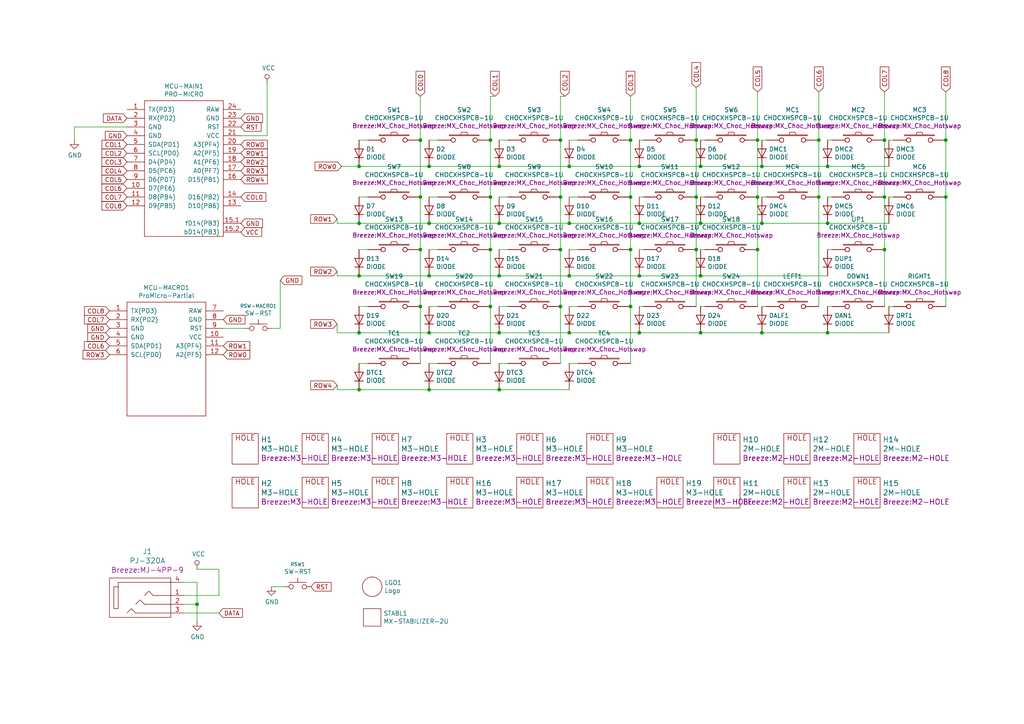
<source format=kicad_sch>
(kicad_sch (version 20230121) (generator eeschema)
  (paper "A4")
  (title_block (title "Breeze") (date "2023-05-21") (rev "Rev1.2") (company "Afternoon Labs LLC"))
  (junction (at 256.54 40.64))
  (junction (at 144.78 113.03))
  (junction (at 256.54 72.39))
  (junction (at 142.24 40.64))
  (junction (at 256.54 57.15))
  (junction (at 219.71 72.39))
  (junction (at 142.24 57.15))
  (junction (at 144.78 96.52))
  (junction (at 240.03 96.52))
  (junction (at 185.42 96.52))
  (junction (at 220.98 48.26))
  (junction (at 144.78 80.01))
  (junction (at 182.88 40.64))
  (junction (at 219.71 40.64))
  (junction (at 57.15 175.26))
  (junction (at 219.71 57.15))
  (junction (at 165.1 80.01))
  (junction (at 165.1 96.52))
  (junction (at 124.46 113.03))
  (junction (at 274.32 40.64))
  (junction (at 220.98 96.52))
  (junction (at 182.88 88.9))
  (junction (at 121.92 57.15))
  (junction (at 240.03 64.77))
  (junction (at 162.56 72.39))
  (junction (at 201.93 72.39))
  (junction (at 220.98 64.77))
  (junction (at 165.1 64.77))
  (junction (at 142.24 72.39))
  (junction (at 185.42 64.77))
  (junction (at 203.2 80.01))
  (junction (at 124.46 80.01))
  (junction (at 104.14 80.01))
  (junction (at 124.46 96.52))
  (junction (at 203.2 48.26))
  (junction (at 104.14 64.77))
  (junction (at 124.46 64.77))
  (junction (at 165.1 48.26))
  (junction (at 121.92 72.39))
  (junction (at 240.03 48.26))
  (junction (at 203.2 96.52))
  (junction (at 121.92 88.9))
  (junction (at 144.78 64.77))
  (junction (at 182.88 72.39))
  (junction (at 182.88 57.15))
  (junction (at 104.14 48.26))
  (junction (at 203.2 64.77))
  (junction (at 185.42 80.01))
  (junction (at 142.24 88.9))
  (junction (at 185.42 48.26))
  (junction (at 237.49 40.64))
  (junction (at 144.78 48.26))
  (junction (at 274.32 57.15))
  (junction (at 162.56 88.9))
  (junction (at 104.14 96.52))
  (junction (at 162.56 57.15))
  (junction (at 237.49 57.15))
  (junction (at 201.93 57.15))
  (junction (at 162.56 40.64))
  (junction (at 201.93 40.64))
  (junction (at 124.46 48.26))
  (junction (at 104.14 113.03))
  (junction (at 121.92 40.64))
  (wire (pts (xy 220.98 64.77) (xy 203.2 64.77)))
  (wire (pts (xy 121.92 57.15) (xy 121.92 72.39)))
  (wire (pts (xy 57.15 175.26) (xy 57.15 180.34)))
  (wire (pts (xy 36.83 36.83) (xy 21.59 36.83)))
  (wire (pts (xy 167.64 88.9) (xy 165.1 88.9)))
  (wire (pts (xy 99.06 48.26) (xy 104.14 48.26)))
  (wire (pts (xy 186.69 72.39) (xy 185.42 72.39)))
  (wire (pts (xy 185.42 48.26) (xy 165.1 48.26)))
  (wire (pts (xy 144.78 80.01) (xy 124.46 80.01)))
  (wire (pts (xy 57.15 165.1) (xy 63.5 165.1)))
  (wire (pts (xy 162.56 88.9) (xy 162.56 72.39)))
  (wire (pts (xy 256.54 40.64) (xy 256.54 26.67)))
  (wire (pts (xy 219.71 40.64) (xy 219.71 57.15)))
  (wire (pts (xy 127 57.15) (xy 124.46 57.15)))
  (wire (pts (xy 106.68 72.39) (xy 104.14 72.39)))
  (wire (pts (xy 77.47 24.13) (xy 77.47 39.37)))
  (wire (pts (xy 63.5 165.1) (xy 63.5 172.72)))
  (wire (pts (xy 104.14 64.77) (xy 97.79 64.77)))
  (wire (pts (xy 204.47 88.9) (xy 203.2 88.9)))
  (wire (pts (xy 165.1 113.03) (xy 144.78 113.03)))
  (wire (pts (xy 121.92 40.64) (xy 121.92 27.94)))
  (wire (pts (xy 147.32 105.41) (xy 144.78 105.41)))
  (wire (pts (xy 162.56 40.64) (xy 162.56 57.15)))
  (wire (pts (xy 259.08 40.64) (xy 257.81 40.64)))
  (wire (pts (xy 147.32 57.15) (xy 144.78 57.15)))
  (wire (pts (xy 147.32 40.64) (xy 144.78 40.64)))
  (wire (pts (xy 185.42 96.52) (xy 165.1 96.52)))
  (wire (pts (xy 257.81 64.77) (xy 240.03 64.77)))
  (wire (pts (xy 222.25 88.9) (xy 220.98 88.9)))
  (wire (pts (xy 259.08 88.9) (xy 257.81 88.9)))
  (wire (pts (xy 256.54 72.39) (xy 256.54 88.9)))
  (wire (pts (xy 182.88 40.64) (xy 182.88 57.15)))
  (wire (pts (xy 203.2 64.77) (xy 185.42 64.77)))
  (wire (pts (xy 106.68 57.15) (xy 104.14 57.15)))
  (wire (pts (xy 121.92 88.9) (xy 121.92 105.41)))
  (wire (pts (xy 121.92 40.64) (xy 121.92 57.15)))
  (wire (pts (xy 104.14 96.52) (xy 97.79 96.52)))
  (wire (pts (xy 167.64 40.64) (xy 165.1 40.64)))
  (wire (pts (xy 203.2 96.52) (xy 185.42 96.52)))
  (wire (pts (xy 204.47 72.39) (xy 203.2 72.39)))
  (wire (pts (xy 53.34 168.91) (xy 57.15 168.91)))
  (wire (pts (xy 64.77 95.25) (xy 71.12 95.25)))
  (wire (pts (xy 142.24 57.15) (xy 142.24 40.64)))
  (wire (pts (xy 124.46 80.01) (xy 104.14 80.01)))
  (wire (pts (xy 165.1 96.52) (xy 144.78 96.52)))
  (wire (pts (xy 124.46 96.52) (xy 104.14 96.52)))
  (wire (pts (xy 165.1 72.39) (xy 167.64 72.39)))
  (wire (pts (xy 203.2 80.01) (xy 185.42 80.01)))
  (wire (pts (xy 185.42 80.01) (xy 165.1 80.01)))
  (wire (pts (xy 127 40.64) (xy 124.46 40.64)))
  (wire (pts (xy 106.68 88.9) (xy 104.14 88.9)))
  (wire (pts (xy 257.81 48.26) (xy 240.03 48.26)))
  (wire (pts (xy 81.28 95.25) (xy 78.74 95.25)))
  (wire (pts (xy 165.1 80.01) (xy 144.78 80.01)))
  (wire (pts (xy 219.71 57.15) (xy 219.71 72.39)))
  (wire (pts (xy 220.98 48.26) (xy 203.2 48.26)))
  (wire (pts (xy 53.34 177.8) (xy 63.5 177.8)))
  (wire (pts (xy 144.78 48.26) (xy 124.46 48.26)))
  (wire (pts (xy 142.24 105.41) (xy 142.24 88.9)))
  (wire (pts (xy 203.2 96.52) (xy 220.98 96.52)))
  (wire (pts (xy 142.24 88.9) (xy 142.24 72.39)))
  (wire (pts (xy 162.56 57.15) (xy 162.56 72.39)))
  (wire (pts (xy 222.25 40.64) (xy 220.98 40.64)))
  (wire (pts (xy 201.93 88.9) (xy 201.93 72.39)))
  (wire (pts (xy 124.46 88.9) (xy 127 88.9)))
  (wire (pts (xy 167.64 105.41) (xy 165.1 105.41)))
  (wire (pts (xy 256.54 40.64) (xy 256.54 57.15)))
  (wire (pts (xy 257.81 96.52) (xy 240.03 96.52)))
  (wire (pts (xy 21.59 36.83) (xy 21.59 40.64)))
  (wire (pts (xy 237.49 40.64) (xy 237.49 26.67)))
  (wire (pts (xy 182.88 40.64) (xy 182.88 27.94)))
  (wire (pts (xy 162.56 40.64) (xy 162.56 27.94)))
  (wire (pts (xy 147.32 72.39) (xy 144.78 72.39)))
  (wire (pts (xy 104.14 64.77) (xy 124.46 64.77)))
  (wire (pts (xy 241.3 88.9) (xy 240.03 88.9)))
  (wire (pts (xy 237.49 40.64) (xy 237.49 57.15)))
  (wire (pts (xy 241.3 40.64) (xy 240.03 40.64)))
  (wire (pts (xy 97.79 113.03) (xy 97.79 111.76)))
  (wire (pts (xy 142.24 72.39) (xy 142.24 57.15)))
  (wire (pts (xy 97.79 96.52) (xy 97.79 93.98)))
  (wire (pts (xy 185.42 88.9) (xy 186.69 88.9)))
  (wire (pts (xy 165.1 48.26) (xy 144.78 48.26)))
  (wire (pts (xy 186.69 40.64) (xy 185.42 40.64)))
  (wire (pts (xy 97.79 80.01) (xy 97.79 78.74)))
  (wire (pts (xy 97.79 64.77) (xy 97.79 63.5)))
  (wire (pts (xy 274.32 40.64) (xy 274.32 57.15)))
  (wire (pts (xy 162.56 105.41) (xy 162.56 88.9)))
  (wire (pts (xy 203.2 48.26) (xy 185.42 48.26)))
  (wire (pts (xy 240.03 96.52) (xy 220.98 96.52)))
  (wire (pts (xy 124.46 113.03) (xy 144.78 113.03)))
  (wire (pts (xy 144.78 88.9) (xy 147.32 88.9)))
  (wire (pts (xy 201.93 40.64) (xy 201.93 25.4)))
  (wire (pts (xy 182.88 57.15) (xy 182.88 72.39)))
  (wire (pts (xy 127 72.39) (xy 124.46 72.39)))
  (wire (pts (xy 63.5 172.72) (xy 53.34 172.72)))
  (wire (pts (xy 201.93 57.15) (xy 201.93 72.39)))
  (wire (pts (xy 219.71 40.64) (xy 219.71 26.67)))
  (wire (pts (xy 69.85 39.37) (xy 77.47 39.37)))
  (wire (pts (xy 104.14 48.26) (xy 124.46 48.26)))
  (wire (pts (xy 241.3 72.39) (xy 240.03 72.39)))
  (wire (pts (xy 257.81 57.15) (xy 259.08 57.15)))
  (wire (pts (xy 127 105.41) (xy 124.46 105.41)))
  (wire (pts (xy 185.42 64.77) (xy 165.1 64.77)))
  (wire (pts (xy 201.93 57.15) (xy 201.93 40.64)))
  (wire (pts (xy 104.14 80.01) (xy 97.79 80.01)))
  (wire (pts (xy 220.98 57.15) (xy 222.25 57.15)))
  (wire (pts (xy 204.47 40.64) (xy 203.2 40.64)))
  (wire (pts (xy 144.78 96.52) (xy 124.46 96.52)))
  (wire (pts (xy 104.14 113.03) (xy 124.46 113.03)))
  (wire (pts (xy 186.69 57.15) (xy 185.42 57.15)))
  (wire (pts (xy 167.64 57.15) (xy 165.1 57.15)))
  (wire (pts (xy 142.24 27.94) (xy 143.51 27.94)))
  (wire (pts (xy 57.15 168.91) (xy 57.15 175.26)))
  (wire (pts (xy 203.2 57.15) (xy 204.47 57.15)))
  (wire (pts (xy 121.92 72.39) (xy 121.92 88.9)))
  (wire (pts (xy 182.88 88.9) (xy 182.88 72.39)))
  (wire (pts (xy 162.56 27.94) (xy 163.83 27.94)))
  (wire (pts (xy 240.03 80.01) (xy 203.2 80.01)))
  (wire (pts (xy 274.32 57.15) (xy 274.32 88.9)))
  (wire (pts (xy 219.71 72.39) (xy 219.71 88.9)))
  (wire (pts (xy 240.03 48.26) (xy 220.98 48.26)))
  (wire (pts (xy 182.88 88.9) (xy 182.88 105.41)))
  (wire (pts (xy 256.54 57.15) (xy 256.54 72.39)))
  (wire (pts (xy 240.03 64.77) (xy 220.98 64.77)))
  (wire (pts (xy 81.28 81.28) (xy 81.28 95.25)))
  (wire (pts (xy 241.3 57.15) (xy 240.03 57.15)))
  (wire (pts (xy 104.14 105.41) (xy 106.68 105.41)))
  (wire (pts (xy 124.46 64.77) (xy 144.78 64.77)))
  (wire (pts (xy 237.49 88.9) (xy 237.49 57.15)))
  (wire (pts (xy 53.34 175.26) (xy 57.15 175.26)))
  (wire (pts (xy 82.55 170.18) (xy 78.74 170.18)))
  (wire (pts (xy 165.1 64.77) (xy 144.78 64.77)))
  (wire (pts (xy 274.32 40.64) (xy 274.32 26.67)))
  (wire (pts (xy 104.14 113.03) (xy 97.79 113.03)))
  (wire (pts (xy 106.68 40.64) (xy 104.14 40.64)))
  (wire (pts (xy 142.24 40.64) (xy 142.24 27.94)))
  (global_label "RST" (shape input) (at 90.17 170.18 0) (property "Intersheetrefs" "${INTERSHEET_REFS}" (effects hide)))
  (global_label "COL5" (shape input) (at 219.71 26.67 90) (property "Intersheetrefs" "${INTERSHEET_REFS}" (effects hide)))
  (global_label "ROW4" (shape input) (at 97.79 111.76 180) (property "Intersheetrefs" "${INTERSHEET_REFS}" (effects hide)))
  (global_label "ROW4" (shape input) (at 69.85 52.07 0) (property "Intersheetrefs" "${INTERSHEET_REFS}" (effects hide)))
  (global_label "COL8" (shape input) (at 36.83 59.69 180) (property "Intersheetrefs" "${INTERSHEET_REFS}" (effects hide)))
  (global_label "COL2" (shape input) (at 163.83 27.94 90) (property "Intersheetrefs" "${INTERSHEET_REFS}" (effects hide)))
  (global_label "GND" (shape input) (at 81.28 81.28 0) (property "Intersheetrefs" "${INTERSHEET_REFS}" (effects hide)))
  (global_label "ROW2" (shape input) (at 69.85 46.99 0) (property "Intersheetrefs" "${INTERSHEET_REFS}" (effects hide)))
  (global_label "GND" (shape input) (at 69.85 34.29 0) (property "Intersheetrefs" "${INTERSHEET_REFS}" (effects hide)))
  (global_label "COL0" (shape input) (at 69.85 57.15 0) (property "Intersheetrefs" "${INTERSHEET_REFS}" (effects hide)))
  (global_label "ROW3" (shape input) (at 31.75 102.87 180) (property "Intersheetrefs" "${INTERSHEET_REFS}" (effects hide)))
  (global_label "GND" (shape input) (at 69.85 64.77 0) (property "Intersheetrefs" "${INTERSHEET_REFS}" (effects hide)))
  (global_label "ROW0" (shape input) (at 64.77 102.87 0) (property "Intersheetrefs" "${INTERSHEET_REFS}" (effects hide)))
  (global_label "COL8" (shape input) (at 31.75 90.17 180) (property "Intersheetrefs" "${INTERSHEET_REFS}" (effects hide)))
  (global_label "COL6" (shape input) (at 237.49 26.67 90) (property "Intersheetrefs" "${INTERSHEET_REFS}" (effects hide)))
  (global_label "GND" (shape input) (at 31.75 95.25 180) (property "Intersheetrefs" "${INTERSHEET_REFS}" (effects hide)))
  (global_label "COL7" (shape input) (at 36.83 57.15 180) (property "Intersheetrefs" "${INTERSHEET_REFS}" (effects hide)))
  (global_label "GND" (shape input) (at 64.77 92.71 0) (property "Intersheetrefs" "${INTERSHEET_REFS}" (effects hide)))
  (global_label "COL0" (shape input) (at 121.92 27.94 90) (property "Intersheetrefs" "${INTERSHEET_REFS}" (effects hide)))
  (global_label "ROW1" (shape input) (at 69.85 44.45 0) (property "Intersheetrefs" "${INTERSHEET_REFS}" (effects hide)))
  (global_label "COL4" (shape input) (at 201.93 25.4 90) (property "Intersheetrefs" "${INTERSHEET_REFS}" (effects hide)))
  (global_label "ROW0" (shape input) (at 99.06 48.26 180) (property "Intersheetrefs" "${INTERSHEET_REFS}" (effects hide)))
  (global_label "COL4" (shape input) (at 36.83 49.53 180) (property "Intersheetrefs" "${INTERSHEET_REFS}" (effects hide)))
  (global_label "ROW3" (shape input) (at 69.85 49.53 0) (property "Intersheetrefs" "${INTERSHEET_REFS}" (effects hide)))
  (global_label "COL1" (shape input) (at 36.83 41.91 180) (property "Intersheetrefs" "${INTERSHEET_REFS}" (effects hide)))
  (global_label "ROW2" (shape input) (at 97.79 78.74 180) (property "Intersheetrefs" "${INTERSHEET_REFS}" (effects hide)))
  (global_label "GND" (shape input) (at 31.75 97.79 180) (property "Intersheetrefs" "${INTERSHEET_REFS}" (effects hide)))
  (global_label "GND" (shape input) (at 36.83 39.37 180) (property "Intersheetrefs" "${INTERSHEET_REFS}" (effects hide)))
  (global_label "COL6" (shape input) (at 36.83 54.61 180) (property "Intersheetrefs" "${INTERSHEET_REFS}" (effects hide)))
  (global_label "ROW1" (shape input) (at 97.79 63.5 180) (property "Intersheetrefs" "${INTERSHEET_REFS}" (effects hide)))
  (global_label "VCC" (shape input) (at 69.85 67.31 0) (property "Intersheetrefs" "${INTERSHEET_REFS}" (effects hide)))
  (global_label "ROW1" (shape input) (at 64.77 100.33 0) (property "Intersheetrefs" "${INTERSHEET_REFS}" (effects hide)))
  (global_label "COL1" (shape input) (at 143.51 27.94 90) (property "Intersheetrefs" "${INTERSHEET_REFS}" (effects hide)))
  (global_label "COL8" (shape input) (at 274.32 26.67 90) (property "Intersheetrefs" "${INTERSHEET_REFS}" (effects hide)))
  (global_label "COL7" (shape input) (at 256.54 26.67 90) (property "Intersheetrefs" "${INTERSHEET_REFS}" (effects hide)))
  (global_label "COL6" (shape input) (at 31.75 100.33 180) (property "Intersheetrefs" "${INTERSHEET_REFS}" (effects hide)))
  (global_label "COL3" (shape input) (at 36.83 46.99 180) (property "Intersheetrefs" "${INTERSHEET_REFS}" (effects hide)))
  (global_label "COL3" (shape input) (at 182.88 27.94 90) (property "Intersheetrefs" "${INTERSHEET_REFS}" (effects hide)))
  (global_label "COL7" (shape input) (at 31.75 92.71 180) (property "Intersheetrefs" "${INTERSHEET_REFS}" (effects hide)))
  (global_label "ROW0" (shape input) (at 69.85 41.91 0) (property "Intersheetrefs" "${INTERSHEET_REFS}" (effects hide)))
  (global_label "RST" (shape input) (at 69.85 36.83 0) (property "Intersheetrefs" "${INTERSHEET_REFS}" (effects hide)))
  (global_label "COL2" (shape input) (at 36.83 44.45 180) (property "Intersheetrefs" "${INTERSHEET_REFS}" (effects hide)))
  (global_label "DATA" (shape input) (at 36.83 34.29 180) (property "Intersheetrefs" "${INTERSHEET_REFS}" (effects hide)))
  (global_label "COL5" (shape input) (at 36.83 52.07 180) (property "Intersheetrefs" "${INTERSHEET_REFS}" (effects hide)))
  (global_label "DATA" (shape input) (at 63.5 177.8 0) (property "Intersheetrefs" "${INTERSHEET_REFS}" (effects hide)))
  (global_label "ROW3" (shape input) (at 97.79 93.98 180) (property "Intersheetrefs" "${INTERSHEET_REFS}" (effects hide)))
  (symbol (lib_id "Breeze-rescue:ProMicro-Merkaba_Rev0-rescue-Breeze-rescue") (at 53.34 45.72 0) (unit 1)
    (property "Reference" "MCU-MAIN1" (at 53.34 25.019 0))
    (property "Value" "PRO-MICRO" (at 53.34 27.3304 0))
    (property "Footprint" "Breeze:ProMicro" (effects hide))
  )
  (symbol (lib_id "Breeze-rescue:MJ-4PP-9-Lily58-cache-Merkaba_Rev0-rescue-Breeze-rescue") (at 41.91 172.72 0) (unit 1)
    (property "Reference" "J1" (at 42.7482 159.9438 0) (effects (font (size 1.524 1.524))))
    (property "Value" "PJ-320A" (at 42.7482 162.6362 0) (effects (font (size 1.524 1.524))))
    (property "Footprint" "Breeze:MJ-4PP-9" (at 42.7482 165.3286 0) (effects (font (size 1.524 1.524))))
  )
  (symbol (lib_id "Breeze-rescue:GND-power-Merkaba_Rev0-rescue-Breeze-rescue") (at 21.59 40.64 0) (unit 1)
    (property "Reference" "#PWR0101" (effects hide))
    (property "Value" "GND-power" (at 21.717 45.0342 0))
  )
  (symbol (lib_id "Breeze-rescue:VCC-power-Merkaba_Rev0-rescue-Breeze-rescue") (at 77.47 24.13 0) (unit 1)
    (property "Reference" "#PWR0102" (effects hide))
    (property "Value" "VCC-power" (at 77.9018 19.7358 0))
  )
  (symbol (lib_id "Breeze-rescue:SW_RST-Lily58-cache-Merkaba_Rev0-rescue-Breeze-rescue") (at 86.36 170.18 0) (unit 1)
    (property "Reference" "RSW1" (at 86.36 163.6776 0) (effects (font (size 1.016 1.016))))
    (property "Value" "SW-RST" (at 86.36 165.7858 0))
    (property "Footprint" "Breeze:TACT_SWITCH_TVBP06" (effects hide))
  )
  (symbol (lib_id "Breeze-rescue:GND-power-Merkaba_Rev0-rescue-Breeze-rescue") (at 78.74 170.18 0) (unit 1)
    (property "Reference" "#PWR0103" (effects hide))
    (property "Value" "GND-power" (at 78.867 174.5742 0))
  )
  (symbol (lib_id "Breeze-rescue:GND-power-Merkaba_Rev0-rescue-Breeze-rescue") (at 57.15 180.34 0) (unit 1)
    (property "Reference" "#PWR0104" (effects hide))
    (property "Value" "GND-power" (at 57.277 184.7342 0))
  )
  (symbol (lib_id "Breeze-rescue:VCC-power-Merkaba_Rev0-rescue-Breeze-rescue") (at 57.15 165.1 0) (unit 1)
    (property "Reference" "#PWR0105" (effects hide))
    (property "Value" "VCC-power" (at 57.5818 160.7058 0))
  )
  (symbol (lib_id "Breeze-rescue:CHOCXHSPCB-1U-cache-Merkaba_Rev0-rescue-Breeze-rescue") (at 114.3 40.64 0) (unit 1)
    (property "Reference" "SW1" (at 114.3 31.877 0))
    (property "Value" "CHOCXHSPCB-1U" (at 114.3 34.1884 0))
    (property "Footprint" "Breeze:MX_Choc_Hotswap" (at 114.3 36.4998 0))
  )
  (symbol (lib_id "Breeze-rescue:CHOCXHSPCB-1U-cache-Merkaba_Rev0-rescue-Breeze-rescue") (at 134.62 40.64 0) (unit 1)
    (property "Reference" "SW2" (at 134.62 31.877 0))
    (property "Value" "CHOCXHSPCB-1U" (at 134.62 34.1884 0))
    (property "Footprint" "Breeze:MX_Choc_Hotswap" (at 134.62 36.4998 0))
  )
  (symbol (lib_id "Breeze-rescue:CHOCXHSPCB-1U-cache-Merkaba_Rev0-rescue-Breeze-rescue") (at 154.94 40.64 0) (unit 1)
    (property "Reference" "SW3" (at 154.94 31.877 0))
    (property "Value" "CHOCXHSPCB-1U" (at 154.94 34.1884 0))
    (property "Footprint" "Breeze:MX_Choc_Hotswap" (at 154.94 36.4998 0))
  )
  (symbol (lib_id "Breeze-rescue:CHOCXHSPCB-1U-cache-Merkaba_Rev0-rescue-Breeze-rescue") (at 175.26 40.64 0) (unit 1)
    (property "Reference" "SW4" (at 175.26 31.877 0))
    (property "Value" "CHOCXHSPCB-1U" (at 175.26 34.1884 0))
    (property "Footprint" "Breeze:MX_Choc_Hotswap" (at 175.26 36.4998 0))
  )
  (symbol (lib_id "Breeze-rescue:CHOCXHSPCB-1U-cache-Merkaba_Rev0-rescue-Breeze-rescue") (at 194.31 40.64 0) (unit 1)
    (property "Reference" "SW5" (at 194.31 31.877 0))
    (property "Value" "CHOCXHSPCB-1U" (at 194.31 34.1884 0))
    (property "Footprint" "Breeze:MX_Choc_Hotswap" (at 194.31 36.4998 0))
  )
  (symbol (lib_id "Breeze-rescue:CHOCXHSPCB-1U-cache-Merkaba_Rev0-rescue-Breeze-rescue") (at 212.09 40.64 0) (unit 1)
    (property "Reference" "SW6" (at 212.09 31.877 0))
    (property "Value" "CHOCXHSPCB-1U" (at 212.09 34.1884 0))
    (property "Footprint" "Breeze:MX_Choc_Hotswap" (at 212.09 36.4998 0))
  )
  (symbol (lib_id "Breeze-rescue:CHOCXHSPCB-1U-cache-Merkaba_Rev0-rescue-Breeze-rescue") (at 229.87 40.64 0) (unit 1)
    (property "Reference" "MC1" (at 229.87 31.877 0))
    (property "Value" "CHOCXHSPCB-1U" (at 229.87 34.1884 0))
    (property "Footprint" "Breeze:MX_Choc_Hotswap" (at 229.87 36.4998 0))
  )
  (symbol (lib_id "Breeze-rescue:CHOCXHSPCB-1U-cache-Merkaba_Rev0-rescue-Breeze-rescue") (at 248.92 40.64 0) (unit 1)
    (property "Reference" "MC2" (at 248.92 31.877 0))
    (property "Value" "CHOCXHSPCB-1U" (at 248.92 34.1884 0))
    (property "Footprint" "Breeze:MX_Choc_Hotswap" (at 248.92 36.4998 0))
  )
  (symbol (lib_id "Breeze-rescue:CHOCXHSPCB-1U-cache-Merkaba_Rev0-rescue-Breeze-rescue") (at 266.7 40.64 0) (unit 1)
    (property "Reference" "MC3" (at 266.7 31.877 0))
    (property "Value" "CHOCXHSPCB-1U" (at 266.7 34.1884 0))
    (property "Footprint" "Breeze:MX_Choc_Hotswap" (at 266.7 36.4998 0))
  )
  (symbol (lib_id "Breeze-rescue:CHOCXHSPCB-1U-cache-Merkaba_Rev0-rescue-Breeze-rescue") (at 114.3 57.15 0) (unit 1)
    (property "Reference" "SW7" (at 114.3 48.387 0))
    (property "Value" "CHOCXHSPCB-1U" (at 114.3 50.6984 0))
    (property "Footprint" "Breeze:MX_Choc_Hotswap" (at 114.3 53.0098 0))
  )
  (symbol (lib_id "Breeze-rescue:CHOCXHSPCB-1U-cache-Merkaba_Rev0-rescue-Breeze-rescue") (at 134.62 57.15 0) (unit 1)
    (property "Reference" "SW8" (at 134.62 48.387 0))
    (property "Value" "CHOCXHSPCB-1U" (at 134.62 50.6984 0))
    (property "Footprint" "Breeze:MX_Choc_Hotswap" (at 134.62 53.0098 0))
  )
  (symbol (lib_id "Breeze-rescue:CHOCXHSPCB-1U-cache-Merkaba_Rev0-rescue-Breeze-rescue") (at 154.94 57.15 0) (unit 1)
    (property "Reference" "SW9" (at 154.94 48.387 0))
    (property "Value" "CHOCXHSPCB-1U" (at 154.94 50.6984 0))
    (property "Footprint" "Breeze:MX_Choc_Hotswap" (at 154.94 53.0098 0))
  )
  (symbol (lib_id "Breeze-rescue:CHOCXHSPCB-1U-cache-Merkaba_Rev0-rescue-Breeze-rescue") (at 175.26 57.15 0) (unit 1)
    (property "Reference" "SW10" (at 175.26 48.387 0))
    (property "Value" "CHOCXHSPCB-1U" (at 175.26 50.6984 0))
    (property "Footprint" "Breeze:MX_Choc_Hotswap" (at 175.26 53.0098 0))
  )
  (symbol (lib_id "Breeze-rescue:CHOCXHSPCB-1U-cache-Merkaba_Rev0-rescue-Breeze-rescue") (at 194.31 57.15 0) (unit 1)
    (property "Reference" "SW11" (at 194.31 48.387 0))
    (property "Value" "CHOCXHSPCB-1U" (at 194.31 50.6984 0))
    (property "Footprint" "Breeze:MX_Choc_Hotswap" (at 194.31 53.0098 0))
  )
  (symbol (lib_id "Breeze-rescue:CHOCXHSPCB-1U-cache-Merkaba_Rev0-rescue-Breeze-rescue") (at 212.09 57.15 0) (unit 1)
    (property "Reference" "SW12" (at 212.09 48.387 0))
    (property "Value" "CHOCXHSPCB-1U" (at 212.09 50.6984 0))
    (property "Footprint" "Breeze:MX_Choc_Hotswap" (at 212.09 53.0098 0))
  )
  (symbol (lib_id "Breeze-rescue:CHOCXHSPCB-1U-cache-Merkaba_Rev0-rescue-Breeze-rescue") (at 229.87 57.15 0) (unit 1)
    (property "Reference" "MC4" (at 229.87 48.387 0))
    (property "Value" "CHOCXHSPCB-1U" (at 229.87 50.6984 0))
    (property "Footprint" "Breeze:MX_Choc_Hotswap" (at 229.87 53.0098 0))
  )
  (symbol (lib_id "Breeze-rescue:CHOCXHSPCB-1U-cache-Merkaba_Rev0-rescue-Breeze-rescue") (at 248.92 57.15 0) (unit 1)
    (property "Reference" "MC5" (at 248.92 48.387 0))
    (property "Value" "CHOCXHSPCB-1U" (at 248.92 50.6984 0))
    (property "Footprint" "Breeze:MX_Choc_Hotswap" (at 248.92 53.0098 0))
  )
  (symbol (lib_id "Breeze-rescue:CHOCXHSPCB-1U-cache-Merkaba_Rev0-rescue-Breeze-rescue") (at 266.7 57.15 0) (unit 1)
    (property "Reference" "MC6" (at 266.7 48.387 0))
    (property "Value" "CHOCXHSPCB-1U" (at 266.7 50.6984 0))
    (property "Footprint" "Breeze:MX_Choc_Hotswap" (at 266.7 53.0098 0))
  )
  (symbol (lib_id "Breeze-rescue:CHOCXHSPCB-1U-cache-Merkaba_Rev0-rescue-Breeze-rescue") (at 114.3 72.39 0) (unit 1)
    (property "Reference" "SW13" (at 114.3 63.627 0))
    (property "Value" "CHOCXHSPCB-1U" (at 114.3 65.9384 0))
    (property "Footprint" "Breeze:MX_Choc_Hotswap" (at 114.3 68.2498 0))
  )
  (symbol (lib_id "Breeze-rescue:CHOCXHSPCB-1U-cache-Merkaba_Rev0-rescue-Breeze-rescue") (at 134.62 72.39 0) (unit 1)
    (property "Reference" "SW14" (at 134.62 63.627 0))
    (property "Value" "CHOCXHSPCB-1U" (at 134.62 65.9384 0))
    (property "Footprint" "Breeze:MX_Choc_Hotswap" (at 134.62 68.2498 0))
  )
  (symbol (lib_id "Breeze-rescue:CHOCXHSPCB-1U-cache-Merkaba_Rev0-rescue-Breeze-rescue") (at 154.94 72.39 0) (unit 1)
    (property "Reference" "SW15" (at 154.94 63.627 0))
    (property "Value" "CHOCXHSPCB-1U" (at 154.94 65.9384 0))
    (property "Footprint" "Breeze:MX_Choc_Hotswap" (at 154.94 68.2498 0))
  )
  (symbol (lib_id "Breeze-rescue:CHOCXHSPCB-1U-cache-Merkaba_Rev0-rescue-Breeze-rescue") (at 175.26 72.39 0) (unit 1)
    (property "Reference" "SW16" (at 175.26 63.627 0))
    (property "Value" "CHOCXHSPCB-1U" (at 175.26 65.9384 0))
    (property "Footprint" "Breeze:MX_Choc_Hotswap" (at 175.26 68.2498 0))
  )
  (symbol (lib_id "Breeze-rescue:CHOCXHSPCB-1U-cache-Merkaba_Rev0-rescue-Breeze-rescue") (at 194.31 72.39 0) (unit 1)
    (property "Reference" "SW17" (at 194.31 63.627 0))
    (property "Value" "CHOCXHSPCB-1U" (at 194.31 65.9384 0))
    (property "Footprint" "Breeze:MX_Choc_Hotswap" (at 194.31 68.2498 0))
  )
  (symbol (lib_id "Breeze-rescue:CHOCXHSPCB-1U-cache-Merkaba_Rev0-rescue-Breeze-rescue") (at 212.09 72.39 0) (unit 1)
    (property "Reference" "SW18" (at 212.09 63.627 0))
    (property "Value" "CHOCXHSPCB-1U" (at 212.09 65.9384 0))
    (property "Footprint" "Breeze:MX_Choc_Hotswap" (at 212.09 68.2498 0))
  )
  (symbol (lib_id "Breeze-rescue:CHOCXHSPCB-1U-cache-Merkaba_Rev0-rescue-Breeze-rescue") (at 248.92 72.39 0) (unit 1)
    (property "Reference" "UP1" (at 248.92 63.627 0))
    (property "Value" "CHOCXHSPCB-1U" (at 248.92 65.9384 0))
    (property "Footprint" "Breeze:MX_Choc_Hotswap" (at 248.92 68.2498 0))
  )
  (symbol (lib_id "Breeze-rescue:CHOCXHSPCB-1U-cache-Merkaba_Rev0-rescue-Breeze-rescue") (at 114.3 88.9 0) (unit 1)
    (property "Reference" "SW19" (at 114.3 80.137 0))
    (property "Value" "CHOCXHSPCB-1U" (at 114.3 82.4484 0))
    (property "Footprint" "Breeze:MX_Choc_Hotswap" (at 114.3 84.7598 0))
  )
  (symbol (lib_id "Breeze-rescue:CHOCXHSPCB-1U-cache-Merkaba_Rev0-rescue-Breeze-rescue") (at 134.62 88.9 0) (unit 1)
    (property "Reference" "SW20" (at 134.62 80.137 0))
    (property "Value" "CHOCXHSPCB-1U" (at 134.62 82.4484 0))
    (property "Footprint" "Breeze:MX_Choc_Hotswap" (at 134.62 84.7598 0))
  )
  (symbol (lib_id "Breeze-rescue:CHOCXHSPCB-1U-cache-Merkaba_Rev0-rescue-Breeze-rescue") (at 154.94 88.9 0) (unit 1)
    (property "Reference" "SW21" (at 154.94 80.137 0))
    (property "Value" "CHOCXHSPCB-1U" (at 154.94 82.4484 0))
    (property "Footprint" "Breeze:MX_Choc_Hotswap" (at 154.94 84.7598 0))
  )
  (symbol (lib_id "Breeze-rescue:CHOCXHSPCB-1U-cache-Merkaba_Rev0-rescue-Breeze-rescue") (at 175.26 88.9 0) (unit 1)
    (property "Reference" "SW22" (at 175.26 80.137 0))
    (property "Value" "CHOCXHSPCB-1U" (at 175.26 82.4484 0))
    (property "Footprint" "Breeze:MX_Choc_Hotswap" (at 175.26 84.7598 0))
  )
  (symbol (lib_id "Breeze-rescue:CHOCXHSPCB-1U-cache-Merkaba_Rev0-rescue-Breeze-rescue") (at 194.31 88.9 0) (unit 1)
    (property "Reference" "SW23" (at 194.31 80.137 0))
    (property "Value" "CHOCXHSPCB-1U" (at 194.31 82.4484 0))
    (property "Footprint" "Breeze:MX_Choc_Hotswap" (at 194.31 84.7598 0))
  )
  (symbol (lib_id "Breeze-rescue:CHOCXHSPCB-1U-cache-Merkaba_Rev0-rescue-Breeze-rescue") (at 212.09 88.9 0) (unit 1)
    (property "Reference" "SW24" (at 212.09 80.137 0))
    (property "Value" "CHOCXHSPCB-1U" (at 212.09 82.4484 0))
    (property "Footprint" "Breeze:MX_Choc_Hotswap" (at 212.09 84.7598 0))
  )
  (symbol (lib_id "Breeze-rescue:CHOCXHSPCB-1U-cache-Merkaba_Rev0-rescue-Breeze-rescue") (at 229.87 88.9 0) (unit 1)
    (property "Reference" "LEFT1" (at 229.87 80.137 0))
    (property "Value" "CHOCXHSPCB-1U" (at 229.87 82.4484 0))
    (property "Footprint" "Breeze:MX_Choc_Hotswap" (at 229.87 84.7598 0))
  )
  (symbol (lib_id "Breeze-rescue:CHOCXHSPCB-1U-cache-Merkaba_Rev0-rescue-Breeze-rescue") (at 248.92 88.9 0) (unit 1)
    (property "Reference" "DOWN1" (at 248.92 80.137 0))
    (property "Value" "CHOCXHSPCB-1U" (at 248.92 82.4484 0))
    (property "Footprint" "Breeze:MX_Choc_Hotswap" (at 248.92 84.7598 0))
  )
  (symbol (lib_id "Breeze-rescue:CHOCXHSPCB-1U-cache-Merkaba_Rev0-rescue-Breeze-rescue") (at 266.7 88.9 0) (unit 1)
    (property "Reference" "RIGHT1" (at 266.7 80.137 0))
    (property "Value" "CHOCXHSPCB-1U" (at 266.7 82.4484 0))
    (property "Footprint" "Breeze:MX_Choc_Hotswap" (at 266.7 84.7598 0))
  )
  (symbol (lib_id "Breeze-rescue:CHOCXHSPCB-1U-cache-Merkaba_Rev0-rescue-Breeze-rescue") (at 114.3 105.41 0) (unit 1)
    (property "Reference" "TC1" (at 114.3 96.647 0))
    (property "Value" "CHOCXHSPCB-1U" (at 114.3 98.9584 0))
    (property "Footprint" "Breeze:MX_Choc_Hotswap" (at 114.3 101.2698 0))
  )
  (symbol (lib_id "Breeze-rescue:CHOCXHSPCB-1U-cache-Merkaba_Rev0-rescue-Breeze-rescue") (at 134.62 105.41 0) (unit 1)
    (property "Reference" "TC2" (at 134.62 96.647 0))
    (property "Value" "CHOCXHSPCB-1U" (at 134.62 98.9584 0))
    (property "Footprint" "Breeze:MX_Choc_Hotswap" (at 134.62 101.2698 0))
  )
  (symbol (lib_id "Breeze-rescue:CHOCXHSPCB-1U-cache-Merkaba_Rev0-rescue-Breeze-rescue") (at 154.94 105.41 0) (unit 1)
    (property "Reference" "TC3" (at 154.94 96.647 0))
    (property "Value" "CHOCXHSPCB-1U" (at 154.94 98.9584 0))
    (property "Footprint" "Breeze:MX_Choc_Hotswap" (at 154.94 101.2698 0))
  )
  (symbol (lib_id "Breeze-rescue:CHOCXHSPCB-1U-cache-Merkaba_Rev0-rescue-Breeze-rescue") (at 175.26 105.41 0) (unit 1)
    (property "Reference" "TC4" (at 175.26 96.647 0))
    (property "Value" "CHOCXHSPCB-1U" (at 175.26 98.9584 0))
    (property "Footprint" "Breeze:MX_Choc_Hotswap" (at 175.26 101.2698 0))
  )
  (symbol (lib_id "Breeze-rescue:ProMicro-Partial2-Merkaba_Rev0-rescue-Breeze-rescue") (at 48.26 104.14 0) (unit 1)
    (property "Reference" "MCU-MACRO1" (at 48.26 83.439 0))
    (property "Value" "ProMicro-Partial" (at 48.26 85.7504 0))
    (property "Footprint" "Breeze:PROMICRO-PARTIAL2" (effects hide))
  )
  (symbol (lib_id "Breeze-rescue:Diode-cache-Merkaba_Rev0-rescue-Breeze-rescue") (at 104.14 44.45 90) (unit 1)
    (property "Reference" "D1" (at 106.1466 43.2816 90) (effects (justify right)))
    (property "Value" "DIODE" (at 106.1466 45.593 90) (effects (justify right)))
    (property "Footprint" "Breeze:SOD-123FL" (effects hide))
    (property "LCSC" "C64898" (effects hide))
  )
  (symbol (lib_id "Breeze-rescue:Diode-cache-Merkaba_Rev0-rescue-Breeze-rescue") (at 124.46 44.45 90) (unit 1)
    (property "Reference" "D2" (at 126.4666 43.2816 90) (effects (justify right)))
    (property "Value" "DIODE" (at 126.4666 45.593 90) (effects (justify right)))
    (property "Footprint" "Breeze:SOD-123FL" (effects hide))
    (property "LCSC" "C64898" (effects hide))
  )
  (symbol (lib_id "Breeze-rescue:Diode-cache-Merkaba_Rev0-rescue-Breeze-rescue") (at 144.78 44.45 90) (unit 1)
    (property "Reference" "D3" (at 146.7866 43.2816 90) (effects (justify right)))
    (property "Value" "DIODE" (at 146.7866 45.593 90) (effects (justify right)))
    (property "Footprint" "Breeze:SOD-123FL" (effects hide))
    (property "LCSC" "C64898" (effects hide))
  )
  (symbol (lib_id "Breeze-rescue:Diode-cache-Merkaba_Rev0-rescue-Breeze-rescue") (at 165.1 44.45 90) (unit 1)
    (property "Reference" "D4" (at 167.1066 43.2816 90) (effects (justify right)))
    (property "Value" "DIODE" (at 167.1066 45.593 90) (effects (justify right)))
    (property "Footprint" "Breeze:SOD-123FL" (effects hide))
    (property "LCSC" "C64898" (effects hide))
  )
  (symbol (lib_id "Breeze-rescue:Diode-cache-Merkaba_Rev0-rescue-Breeze-rescue") (at 185.42 44.45 90) (unit 1)
    (property "Reference" "D5" (at 187.4266 43.2816 90) (effects (justify right)))
    (property "Value" "DIODE" (at 187.4266 45.593 90) (effects (justify right)))
    (property "Footprint" "Breeze:SOD-123FL" (effects hide))
    (property "LCSC" "C64898" (effects hide))
  )
  (symbol (lib_id "Breeze-rescue:Diode-cache-Merkaba_Rev0-rescue-Breeze-rescue") (at 220.98 44.45 90) (unit 1)
    (property "Reference" "DMC1" (at 222.9866 43.2816 90) (effects (justify right)))
    (property "Value" "DIODE" (at 222.9866 45.593 90) (effects (justify right)))
    (property "Footprint" "Breeze:SOD-123FL" (effects hide))
    (property "LCSC" "C64898" (effects hide))
  )
  (symbol (lib_id "Breeze-rescue:Diode-cache-Merkaba_Rev0-rescue-Breeze-rescue") (at 240.03 44.45 90) (unit 1)
    (property "Reference" "DMC2" (at 242.0366 43.2816 90) (effects (justify right)))
    (property "Value" "DIODE" (at 242.0366 45.593 90) (effects (justify right)))
    (property "Footprint" "Breeze:SOD-123FL" (effects hide))
    (property "LCSC" "C64898" (effects hide))
  )
  (symbol (lib_id "Breeze-rescue:Diode-cache-Merkaba_Rev0-rescue-Breeze-rescue") (at 203.2 44.45 90) (unit 1)
    (property "Reference" "D6" (at 205.2066 43.2816 90) (effects (justify right)))
    (property "Value" "DIODE" (at 205.2066 45.593 90) (effects (justify right)))
    (property "Footprint" "Breeze:SOD-123FL" (effects hide))
    (property "LCSC" "C64898" (effects hide))
  )
  (symbol (lib_id "Breeze-rescue:Diode-cache-Merkaba_Rev0-rescue-Breeze-rescue") (at 257.81 44.45 90) (unit 1)
    (property "Reference" "DMC3" (at 259.8166 43.2816 90) (effects (justify right)))
    (property "Value" "DIODE" (at 259.8166 45.593 90) (effects (justify right)))
    (property "Footprint" "Breeze:SOD-123FL" (effects hide))
    (property "LCSC" "C64898" (effects hide))
  )
  (symbol (lib_id "Breeze-rescue:SW_RST-Lily58-cache-Merkaba_Rev0-rescue-Breeze-rescue") (at 74.93 95.25 0) (unit 1)
    (property "Reference" "RSW-MACRO1" (at 74.93 88.7476 0) (effects (font (size 1.016 1.016))))
    (property "Value" "SW-RST" (at 74.93 90.8558 0))
    (property "Footprint" "Breeze:TACT_SWITCH_TVBP06" (effects hide))
  )
  (symbol (lib_id "Breeze-rescue:Diode-cache-Merkaba_Rev0-rescue-Breeze-rescue") (at 104.14 60.96 90) (unit 1)
    (property "Reference" "D7" (at 106.1466 59.7916 90) (effects (justify right)))
    (property "Value" "DIODE" (at 106.1466 62.103 90) (effects (justify right)))
    (property "Footprint" "Breeze:SOD-123FL" (effects hide))
    (property "LCSC" "C64898" (effects hide))
  )
  (symbol (lib_id "Breeze-rescue:Diode-cache-Merkaba_Rev0-rescue-Breeze-rescue") (at 124.46 60.96 90) (unit 1)
    (property "Reference" "D8" (at 126.4666 59.7916 90) (effects (justify right)))
    (property "Value" "DIODE" (at 126.4666 62.103 90) (effects (justify right)))
    (property "Footprint" "Breeze:SOD-123FL" (effects hide))
    (property "LCSC" "C64898" (effects hide))
  )
  (symbol (lib_id "Breeze-rescue:Diode-cache-Merkaba_Rev0-rescue-Breeze-rescue") (at 144.78 60.96 90) (unit 1)
    (property "Reference" "D9" (at 146.7866 59.7916 90) (effects (justify right)))
    (property "Value" "DIODE" (at 146.7866 62.103 90) (effects (justify right)))
    (property "Footprint" "Breeze:SOD-123FL" (effects hide))
    (property "LCSC" "C64898" (effects hide))
  )
  (symbol (lib_id "Breeze-rescue:Diode-cache-Merkaba_Rev0-rescue-Breeze-rescue") (at 165.1 60.96 90) (unit 1)
    (property "Reference" "D10" (at 167.1066 59.7916 90) (effects (justify right)))
    (property "Value" "DIODE" (at 167.1066 62.103 90) (effects (justify right)))
    (property "Footprint" "Breeze:SOD-123FL" (effects hide))
    (property "LCSC" "C64898" (effects hide))
  )
  (symbol (lib_id "Breeze-rescue:Diode-cache-Merkaba_Rev0-rescue-Breeze-rescue") (at 185.42 60.96 90) (unit 1)
    (property "Reference" "D11" (at 187.4266 59.7916 90) (effects (justify right)))
    (property "Value" "DIODE" (at 187.4266 62.103 90) (effects (justify right)))
    (property "Footprint" "Breeze:SOD-123FL" (effects hide))
    (property "LCSC" "C64898" (effects hide))
  )
  (symbol (lib_id "Breeze-rescue:Diode-cache-Merkaba_Rev0-rescue-Breeze-rescue") (at 220.98 60.96 90) (unit 1)
    (property "Reference" "DMC4" (at 222.9866 59.7916 90) (effects (justify right)))
    (property "Value" "DIODE" (at 222.9866 62.103 90) (effects (justify right)))
    (property "Footprint" "Breeze:SOD-123FL" (effects hide))
    (property "LCSC" "C64898" (effects hide))
  )
  (symbol (lib_id "Breeze-rescue:Diode-cache-Merkaba_Rev0-rescue-Breeze-rescue") (at 240.03 60.96 90) (unit 1)
    (property "Reference" "DMC5" (at 242.0366 59.7916 90) (effects (justify right)))
    (property "Value" "DIODE" (at 242.0366 62.103 90) (effects (justify right)))
    (property "Footprint" "Breeze:SOD-123FL" (effects hide))
    (property "LCSC" "C64898" (effects hide))
  )
  (symbol (lib_id "Breeze-rescue:Diode-cache-Merkaba_Rev0-rescue-Breeze-rescue") (at 203.2 60.96 90) (unit 1)
    (property "Reference" "D12" (at 205.2066 59.7916 90) (effects (justify right)))
    (property "Value" "DIODE" (at 205.2066 62.103 90) (effects (justify right)))
    (property "Footprint" "Breeze:SOD-123FL" (effects hide))
    (property "LCSC" "C64898" (effects hide))
  )
  (symbol (lib_id "Breeze-rescue:Diode-cache-Merkaba_Rev0-rescue-Breeze-rescue") (at 257.81 60.96 90) (unit 1)
    (property "Reference" "DMC6" (at 259.8166 59.7916 90) (effects (justify right)))
    (property "Value" "DIODE" (at 259.8166 62.103 90) (effects (justify right)))
    (property "Footprint" "Breeze:SOD-123FL" (effects hide))
    (property "LCSC" "C64898" (effects hide))
  )
  (symbol (lib_id "Breeze-rescue:Diode-cache-Merkaba_Rev0-rescue-Breeze-rescue") (at 104.14 76.2 90) (unit 1)
    (property "Reference" "D13" (at 106.1466 75.0316 90) (effects (justify right)))
    (property "Value" "DIODE" (at 106.1466 77.343 90) (effects (justify right)))
    (property "Footprint" "Breeze:SOD-123FL" (effects hide))
    (property "LCSC" "C64898" (effects hide))
  )
  (symbol (lib_id "Breeze-rescue:Diode-cache-Merkaba_Rev0-rescue-Breeze-rescue") (at 124.46 76.2 90) (unit 1)
    (property "Reference" "D14" (at 126.4666 75.0316 90) (effects (justify right)))
    (property "Value" "DIODE" (at 126.4666 77.343 90) (effects (justify right)))
    (property "Footprint" "Breeze:SOD-123FL" (effects hide))
    (property "LCSC" "C64898" (effects hide))
  )
  (symbol (lib_id "Breeze-rescue:Diode-cache-Merkaba_Rev0-rescue-Breeze-rescue") (at 144.78 76.2 90) (unit 1)
    (property "Reference" "D15" (at 146.7866 75.0316 90) (effects (justify right)))
    (property "Value" "DIODE" (at 146.7866 77.343 90) (effects (justify right)))
    (property "Footprint" "Breeze:SOD-123FL" (effects hide))
    (property "LCSC" "C64898" (effects hide))
  )
  (symbol (lib_id "Breeze-rescue:Diode-cache-Merkaba_Rev0-rescue-Breeze-rescue") (at 165.1 76.2 90) (unit 1)
    (property "Reference" "D16" (at 167.1066 75.0316 90) (effects (justify right)))
    (property "Value" "DIODE" (at 167.1066 77.343 90) (effects (justify right)))
    (property "Footprint" "Breeze:SOD-123FL" (effects hide))
    (property "LCSC" "C64898" (effects hide))
  )
  (symbol (lib_id "Breeze-rescue:Diode-cache-Merkaba_Rev0-rescue-Breeze-rescue") (at 185.42 76.2 90) (unit 1)
    (property "Reference" "D17" (at 187.4266 75.0316 90) (effects (justify right)))
    (property "Value" "DIODE" (at 187.4266 77.343 90) (effects (justify right)))
    (property "Footprint" "Breeze:SOD-123FL" (effects hide))
    (property "LCSC" "C64898" (effects hide))
  )
  (symbol (lib_id "Breeze-rescue:Diode-cache-Merkaba_Rev0-rescue-Breeze-rescue") (at 240.03 76.2 90) (unit 1)
    (property "Reference" "DUP1" (at 242.0366 75.0316 90) (effects (justify right)))
    (property "Value" "DIODE" (at 242.0366 77.343 90) (effects (justify right)))
    (property "Footprint" "Breeze:SOD-123FL" (effects hide))
    (property "LCSC" "C64898" (effects hide))
  )
  (symbol (lib_id "Breeze-rescue:Diode-cache-Merkaba_Rev0-rescue-Breeze-rescue") (at 203.2 76.2 90) (unit 1)
    (property "Reference" "D18" (at 205.2066 75.0316 90) (effects (justify right)))
    (property "Value" "DIODE" (at 205.2066 77.343 90) (effects (justify right)))
    (property "Footprint" "Breeze:SOD-123FL" (effects hide))
    (property "LCSC" "C64898" (effects hide))
  )
  (symbol (lib_id "Breeze-rescue:Diode-cache-Merkaba_Rev0-rescue-Breeze-rescue") (at 104.14 92.71 90) (unit 1)
    (property "Reference" "D19" (at 106.1466 91.5416 90) (effects (justify right)))
    (property "Value" "DIODE" (at 106.1466 93.853 90) (effects (justify right)))
    (property "Footprint" "Breeze:SOD-123FL" (effects hide))
    (property "LCSC" "C64898" (effects hide))
  )
  (symbol (lib_id "Breeze-rescue:Diode-cache-Merkaba_Rev0-rescue-Breeze-rescue") (at 124.46 92.71 90) (unit 1)
    (property "Reference" "D20" (at 126.4666 91.5416 90) (effects (justify right)))
    (property "Value" "DIODE" (at 126.4666 93.853 90) (effects (justify right)))
    (property "Footprint" "Breeze:SOD-123FL" (effects hide))
    (property "LCSC" "C64898" (effects hide))
  )
  (symbol (lib_id "Breeze-rescue:Diode-cache-Merkaba_Rev0-rescue-Breeze-rescue") (at 144.78 92.71 90) (unit 1)
    (property "Reference" "D21" (at 146.7866 91.5416 90) (effects (justify right)))
    (property "Value" "DIODE" (at 146.7866 93.853 90) (effects (justify right)))
    (property "Footprint" "Breeze:SOD-123FL" (effects hide))
    (property "LCSC" "C64898" (effects hide))
  )
  (symbol (lib_id "Breeze-rescue:Diode-cache-Merkaba_Rev0-rescue-Breeze-rescue") (at 165.1 92.71 90) (unit 1)
    (property "Reference" "D22" (at 167.1066 91.5416 90) (effects (justify right)))
    (property "Value" "DIODE" (at 167.1066 93.853 90) (effects (justify right)))
    (property "Footprint" "Breeze:SOD-123FL" (effects hide))
    (property "LCSC" "C64898" (effects hide))
  )
  (symbol (lib_id "Breeze-rescue:Diode-cache-Merkaba_Rev0-rescue-Breeze-rescue") (at 185.42 92.71 90) (unit 1)
    (property "Reference" "D23" (at 187.4266 91.5416 90) (effects (justify right)))
    (property "Value" "DIODE" (at 187.4266 93.853 90) (effects (justify right)))
    (property "Footprint" "Breeze:SOD-123FL" (effects hide))
    (property "LCSC" "C64898" (effects hide))
  )
  (symbol (lib_id "Breeze-rescue:Diode-cache-Merkaba_Rev0-rescue-Breeze-rescue") (at 220.98 92.71 90) (unit 1)
    (property "Reference" "DALF1" (at 222.9866 91.5416 90) (effects (justify right)))
    (property "Value" "DIODE" (at 222.9866 93.853 90) (effects (justify right)))
    (property "Footprint" "Breeze:SOD-123FL" (effects hide))
    (property "LCSC" "C64898" (effects hide))
  )
  (symbol (lib_id "Breeze-rescue:Diode-cache-Merkaba_Rev0-rescue-Breeze-rescue") (at 240.03 92.71 90) (unit 1)
    (property "Reference" "DAN1" (at 242.0366 91.5416 90) (effects (justify right)))
    (property "Value" "DIODE" (at 242.0366 93.853 90) (effects (justify right)))
    (property "Footprint" "Breeze:SOD-123FL" (effects hide))
    (property "LCSC" "C64898" (effects hide))
  )
  (symbol (lib_id "Breeze-rescue:Diode-cache-Merkaba_Rev0-rescue-Breeze-rescue") (at 203.2 92.71 90) (unit 1)
    (property "Reference" "D24" (at 205.2066 91.5416 90) (effects (justify right)))
    (property "Value" "DIODE" (at 205.2066 93.853 90) (effects (justify right)))
    (property "Footprint" "Breeze:SOD-123FL" (effects hide))
    (property "LCSC" "C64898" (effects hide))
  )
  (symbol (lib_id "Breeze-rescue:Diode-cache-Merkaba_Rev0-rescue-Breeze-rescue") (at 257.81 92.71 90) (unit 1)
    (property "Reference" "DRT1" (at 259.8166 91.5416 90) (effects (justify right)))
    (property "Value" "DIODE" (at 259.8166 93.853 90) (effects (justify right)))
    (property "Footprint" "Breeze:SOD-123FL" (effects hide))
    (property "LCSC" "C64898" (effects hide))
  )
  (symbol (lib_id "Breeze-rescue:Diode-cache-Merkaba_Rev0-rescue-Breeze-rescue") (at 104.14 109.22 90) (unit 1)
    (property "Reference" "DTC1" (at 106.1466 108.0516 90) (effects (justify right)))
    (property "Value" "DIODE" (at 106.1466 110.363 90) (effects (justify right)))
    (property "Footprint" "Breeze:SOD-123FL" (effects hide))
    (property "LCSC" "C64898" (effects hide))
  )
  (symbol (lib_id "Breeze-rescue:Diode-cache-Merkaba_Rev0-rescue-Breeze-rescue") (at 124.46 109.22 90) (unit 1)
    (property "Reference" "DTC2" (at 126.4666 108.0516 90) (effects (justify right)))
    (property "Value" "DIODE" (at 126.4666 110.363 90) (effects (justify right)))
    (property "Footprint" "Breeze:SOD-123FL" (effects hide))
    (property "LCSC" "C64898" (effects hide))
  )
  (symbol (lib_id "Breeze-rescue:Diode-cache-Merkaba_Rev0-rescue-Breeze-rescue") (at 144.78 109.22 90) (unit 1)
    (property "Reference" "DTC3" (at 146.7866 108.0516 90) (effects (justify right)))
    (property "Value" "DIODE" (at 146.7866 110.363 90) (effects (justify right)))
    (property "Footprint" "Breeze:SOD-123FL" (effects hide))
    (property "LCSC" "C64898" (effects hide))
  )
  (symbol (lib_id "Breeze-rescue:Diode-cache-Merkaba_Rev0-rescue-Breeze-rescue") (at 165.1 109.22 90) (unit 1)
    (property "Reference" "DTC4" (at 167.1066 108.0516 90) (effects (justify right)))
    (property "Value" "DIODE" (at 167.1066 110.363 90) (effects (justify right)))
    (property "Footprint" "Breeze:SOD-123FL" (effects hide))
    (property "LCSC" "C64898" (effects hide))
  )
  (symbol (lib_id "Breeze-rescue:3M-HOLE-Merkaba_Rev0-rescue-Breeze-rescue") (at 111.76 130.81 0) (unit 1)
    (property "Reference" "H7" (at 116.2812 127.4826 0) (effects (font (size 1.524 1.524)) (justify left)))
    (property "Value" "M3-HOLE" (at 116.2812 130.175 0) (effects (font (size 1.524 1.524)) (justify left)))
    (property "Footprint" "Breeze:M3-HOLE" (at 116.2812 132.8674 0) (effects (font (size 1.524 1.524)) (justify left)))
  )
  (symbol (lib_id "Breeze-rescue:3M-HOLE-Merkaba_Rev0-rescue-Breeze-rescue") (at 111.76 143.51 0) (unit 1)
    (property "Reference" "H8" (at 116.2812 140.1826 0) (effects (font (size 1.524 1.524)) (justify left)))
    (property "Value" "M3-HOLE" (at 116.2812 142.875 0) (effects (font (size 1.524 1.524)) (justify left)))
    (property "Footprint" "Breeze:M3-HOLE" (at 116.2812 145.5674 0) (effects (font (size 1.524 1.524)) (justify left)))
  )
  (symbol (lib_id "Breeze-rescue:3M-HOLE-Merkaba_Rev0-rescue-Breeze-rescue") (at 91.44 130.81 0) (unit 1)
    (property "Reference" "H4" (at 95.9612 127.4826 0) (effects (font (size 1.524 1.524)) (justify left)))
    (property "Value" "M3-HOLE" (at 95.9612 130.175 0) (effects (font (size 1.524 1.524)) (justify left)))
    (property "Footprint" "Breeze:M3-HOLE" (at 95.9612 132.8674 0) (effects (font (size 1.524 1.524)) (justify left)))
  )
  (symbol (lib_id "Breeze-rescue:3M-HOLE-Merkaba_Rev0-rescue-Breeze-rescue") (at 91.44 143.51 0) (unit 1)
    (property "Reference" "H5" (at 95.9612 140.1826 0) (effects (font (size 1.524 1.524)) (justify left)))
    (property "Value" "M3-HOLE" (at 95.9612 142.875 0) (effects (font (size 1.524 1.524)) (justify left)))
    (property "Footprint" "Breeze:M3-HOLE" (at 95.9612 145.5674 0) (effects (font (size 1.524 1.524)) (justify left)))
  )
  (symbol (lib_id "Breeze-rescue:3M-HOLE-Merkaba_Rev0-rescue-Breeze-rescue") (at 71.12 130.81 0) (unit 1)
    (property "Reference" "H1" (at 75.6412 127.4826 0) (effects (font (size 1.524 1.524)) (justify left)))
    (property "Value" "M3-HOLE" (at 75.6412 130.175 0) (effects (font (size 1.524 1.524)) (justify left)))
    (property "Footprint" "Breeze:M3-HOLE" (at 75.6412 132.8674 0) (effects (font (size 1.524 1.524)) (justify left)))
  )
  (symbol (lib_id "Breeze-rescue:3M-HOLE-Merkaba_Rev0-rescue-Breeze-rescue") (at 133.35 130.81 0) (unit 1)
    (property "Reference" "H3" (at 137.8712 127.4826 0) (effects (font (size 1.524 1.524)) (justify left)))
    (property "Value" "M3-HOLE" (at 137.8712 130.175 0) (effects (font (size 1.524 1.524)) (justify left)))
    (property "Footprint" "Breeze:M3-HOLE" (at 137.8712 132.8674 0) (effects (font (size 1.524 1.524)) (justify left)))
  )
  (symbol (lib_id "Breeze-rescue:3M-HOLE-Merkaba_Rev0-rescue-Breeze-rescue") (at 153.67 130.81 0) (unit 1)
    (property "Reference" "H6" (at 158.1912 127.4826 0) (effects (font (size 1.524 1.524)) (justify left)))
    (property "Value" "M3-HOLE" (at 158.1912 130.175 0) (effects (font (size 1.524 1.524)) (justify left)))
    (property "Footprint" "Breeze:M3-HOLE" (at 158.1912 132.8674 0) (effects (font (size 1.524 1.524)) (justify left)))
  )
  (symbol (lib_id "Breeze-rescue:MX-STABILIZER-2U-Merkaba_Rev0-rescue-Breeze-rescue") (at 107.95 179.07 0) (unit 1)
    (property "Reference" "STABL1" (at 111.2012 177.9016 0) (effects (justify left)))
    (property "Value" "MX-STABILIZER-2U" (at 111.2012 180.213 0) (effects (justify left)))
    (property "Footprint" "Breeze:Stabilizer_MX_2u" (effects hide))
  )
  (symbol (lib_id "Breeze-rescue:3M-HOLE-Merkaba_Rev0-rescue-Breeze-rescue") (at 173.99 130.81 0) (unit 1)
    (property "Reference" "H9" (at 178.5112 127.4826 0) (effects (font (size 1.524 1.524)) (justify left)))
    (property "Value" "M3-HOLE" (at 178.5112 130.175 0) (effects (font (size 1.524 1.524)) (justify left)))
    (property "Footprint" "Breeze:M3-HOLE" (at 178.5112 132.8674 0) (effects (font (size 1.524 1.524)) (justify left)))
  )
  (symbol (lib_id "Breeze-rescue:2M-HOLE-Breeze-rescue") (at 210.82 130.81 0) (unit 1)
    (property "Reference" "H10" (at 215.3412 127.4826 0) (effects (font (size 1.524 1.524)) (justify left)))
    (property "Value" "2M-HOLE" (at 215.3412 130.175 0) (effects (font (size 1.524 1.524)) (justify left)))
    (property "Footprint" "Breeze:M2-HOLE" (at 215.3412 132.8674 0) (effects (font (size 1.524 1.524)) (justify left)))
  )
  (symbol (lib_id "Breeze-rescue:2M-HOLE-Breeze-rescue") (at 231.14 130.81 0) (unit 1)
    (property "Reference" "H12" (at 235.6612 127.4826 0) (effects (font (size 1.524 1.524)) (justify left)))
    (property "Value" "2M-HOLE" (at 235.6612 130.175 0) (effects (font (size 1.524 1.524)) (justify left)))
    (property "Footprint" "Breeze:M2-HOLE" (at 235.6612 132.8674 0) (effects (font (size 1.524 1.524)) (justify left)))
  )
  (symbol (lib_id "Breeze-rescue:2M-HOLE-Breeze-rescue") (at 251.46 130.81 0) (unit 1)
    (property "Reference" "H14" (at 255.9812 127.4826 0) (effects (font (size 1.524 1.524)) (justify left)))
    (property "Value" "2M-HOLE" (at 255.9812 130.175 0) (effects (font (size 1.524 1.524)) (justify left)))
    (property "Footprint" "Breeze:M2-HOLE" (at 255.9812 132.8674 0) (effects (font (size 1.524 1.524)) (justify left)))
  )
  (symbol (lib_id "Breeze-rescue:2M-HOLE-Breeze-rescue") (at 210.82 143.51 0) (unit 1)
    (property "Reference" "H11" (at 215.3412 140.1826 0) (effects (font (size 1.524 1.524)) (justify left)))
    (property "Value" "2M-HOLE" (at 215.3412 142.875 0) (effects (font (size 1.524 1.524)) (justify left)))
    (property "Footprint" "Breeze:M2-HOLE" (at 215.3412 145.5674 0) (effects (font (size 1.524 1.524)) (justify left)))
  )
  (symbol (lib_id "Breeze-rescue:2M-HOLE-Breeze-rescue") (at 231.14 143.51 0) (unit 1)
    (property "Reference" "H13" (at 235.6612 140.1826 0) (effects (font (size 1.524 1.524)) (justify left)))
    (property "Value" "2M-HOLE" (at 235.6612 142.875 0) (effects (font (size 1.524 1.524)) (justify left)))
    (property "Footprint" "Breeze:M2-HOLE" (at 235.6612 145.5674 0) (effects (font (size 1.524 1.524)) (justify left)))
  )
  (symbol (lib_id "Breeze-rescue:2M-HOLE-Breeze-rescue") (at 251.46 143.51 0) (unit 1)
    (property "Reference" "H15" (at 255.9812 140.1826 0) (effects (font (size 1.524 1.524)) (justify left)))
    (property "Value" "2M-HOLE" (at 255.9812 142.875 0) (effects (font (size 1.524 1.524)) (justify left)))
    (property "Footprint" "Breeze:M2-HOLE" (at 255.9812 145.5674 0) (effects (font (size 1.524 1.524)) (justify left)))
  )
  (symbol (lib_id "Breeze-rescue:Logo-Breeze-rescue") (at 107.95 170.18 0) (unit 1)
    (property "Reference" "LGO1" (at 111.506 169.0116 0) (effects (justify left)))
    (property "Value" "Logo" (at 111.506 171.323 0) (effects (justify left)))
    (property "Footprint" "Breeze:logo" (effects hide))
  )
  (symbol (lib_id "Breeze-rescue:3M-HOLE-Merkaba_Rev0-rescue-Breeze-rescue") (at 133.35 143.51 0) (unit 1)
    (property "Reference" "H16" (at 137.8712 140.1826 0) (effects (font (size 1.524 1.524)) (justify left)))
    (property "Value" "M3-HOLE" (at 137.8712 142.875 0) (effects (font (size 1.524 1.524)) (justify left)))
    (property "Footprint" "Breeze:M3-HOLE" (at 137.8712 145.5674 0) (effects (font (size 1.524 1.524)) (justify left)))
  )
  (symbol (lib_id "Breeze-rescue:3M-HOLE-Merkaba_Rev0-rescue-Breeze-rescue") (at 153.67 143.51 0) (unit 1)
    (property "Reference" "H17" (at 158.1912 140.1826 0) (effects (font (size 1.524 1.524)) (justify left)))
    (property "Value" "M3-HOLE" (at 158.1912 142.875 0) (effects (font (size 1.524 1.524)) (justify left)))
    (property "Footprint" "Breeze:M3-HOLE" (at 158.1912 145.5674 0) (effects (font (size 1.524 1.524)) (justify left)))
  )
  (symbol (lib_id "Breeze-rescue:3M-HOLE-Merkaba_Rev0-rescue-Breeze-rescue") (at 71.12 143.51 0) (unit 1)
    (property "Reference" "H2" (at 75.6412 140.1826 0) (effects (font (size 1.524 1.524)) (justify left)))
    (property "Value" "M3-HOLE" (at 75.6412 142.875 0) (effects (font (size 1.524 1.524)) (justify left)))
    (property "Footprint" "Breeze:M3-HOLE" (at 75.6412 145.5674 0) (effects (font (size 1.524 1.524)) (justify left)))
  )
  (symbol (lib_id "Breeze-rescue:3M-HOLE-Merkaba_Rev0-rescue-Breeze-rescue") (at 173.99 143.51 0) (unit 1)
    (property "Reference" "H18" (at 178.5112 140.1826 0) (effects (font (size 1.524 1.524)) (justify left)))
    (property "Value" "M3-HOLE" (at 178.5112 142.875 0) (effects (font (size 1.524 1.524)) (justify left)))
    (property "Footprint" "Breeze:M3-HOLE" (at 178.5112 145.5674 0) (effects (font (size 1.524 1.524)) (justify left)))
  )
  (symbol (lib_id "Breeze-rescue:3M-HOLE-Merkaba_Rev0-rescue-Breeze-rescue") (at 194.31 143.51 0) (unit 1)
    (property "Reference" "H19" (at 198.8312 140.1826 0) (effects (font (size 1.524 1.524)) (justify left)))
    (property "Value" "M3-HOLE" (at 198.8312 142.875 0) (effects (font (size 1.524 1.524)) (justify left)))
    (property "Footprint" "Breeze:M3-HOLE" (at 198.8312 145.5674 0) (effects (font (size 1.524 1.524)) (justify left)))
  )
)
</source>
